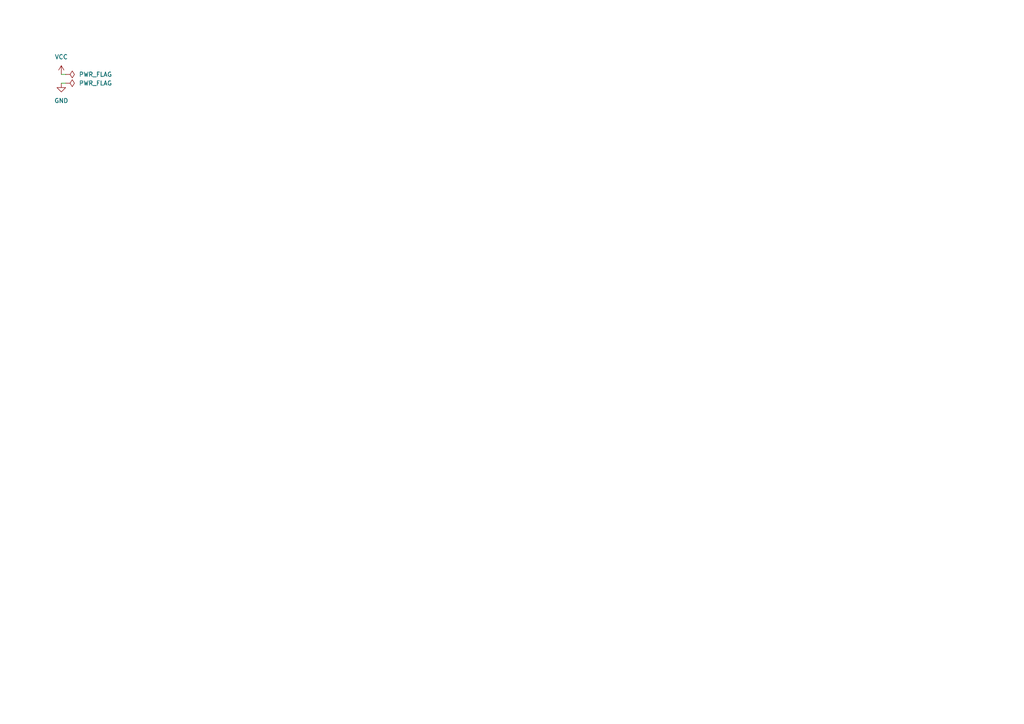
<source format=kicad_sch>
(kicad_sch (version 20211123) (generator eeschema)
  (paper "A4")
  (title_block (title "Project Title") (date "Date") (rev "REV") (comment 2 "<REPO-URL>") (comment 3 "Licensed under CERN-OHL-W v2") (comment 4 "Copyright © 2022 Adrien Kohlbecker"))
  (lib_symbols
    (symbol "power:GND" (power) (pin_names (offset 0))
      (property "Value" "GND" (at 0 -3.81 0))
      (symbol "GND_0_1"
        (polyline (pts (xy 0 0) (xy 0 -1.27) (xy 1.27 -1.27) (xy 0 -2.54) (xy -1.27 -1.27) (xy 0 -1.27)))
      )
      (symbol "GND_1_1"
        (pin power_in line (at 0 0 270) (length 0) hide (name "GND") (number "1"))
      )
    )
    (symbol "power:PWR_FLAG" (power) (pin_numbers hide) (pin_names (offset 0) hide)
      (property "Value" "PWR_FLAG" (at 0 3.81 0))
      (symbol "PWR_FLAG_0_0"
        (pin power_out line (at 0 0 90) (length 0) (name "pwr") (number "1"))
      )
      (symbol "PWR_FLAG_0_1"
        (polyline (pts (xy 0 0) (xy 0 1.27) (xy -1.016 1.905) (xy 0 2.54) (xy 1.016 1.905) (xy 0 1.27)))
      )
    )
    (symbol "power:VCC" (power) (pin_names (offset 0))
      (property "Value" "VCC" (at 0 3.81 0))
      (symbol "VCC_0_1"
        (polyline (pts (xy -0.762 1.27) (xy 0 2.54)))
        (polyline (pts (xy 0 0) (xy 0 2.54)))
        (polyline (pts (xy 0 2.54) (xy 0.762 1.27)))
      )
      (symbol "VCC_1_1"
        (pin power_in line (at 0 0 90) (length 0) hide (name "VCC") (number "1"))
      )
    )
  )
  (wire (pts (xy 17.78 21.59) (xy 19.05 21.59)))
  (wire (pts (xy 17.78 24.13) (xy 19.05 24.13)))
  (symbol (lib_id "power:PWR_FLAG") (at 19.05 24.13 270) (unit 1)
    (property "Reference" "#FLG02" (effects hide))
    (property "Value" "PWR_FLAG" (at 22.86 24.1299 90) (effects (justify left)))
  )
  (symbol (lib_id "power:VCC") (at 17.78 21.59 0) (unit 1)
    (property "Reference" "#PWR0101" (effects hide))
    (property "Value" "VCC" (at 17.78 16.51 0))
  )
  (symbol (lib_id "power:PWR_FLAG") (at 19.05 21.59 270) (unit 1)
    (property "Reference" "#FLG01" (effects hide))
    (property "Value" "PWR_FLAG" (at 22.86 21.5899 90) (effects (justify left)))
  )
  (symbol (lib_id "power:GND") (at 17.78 24.13 0) (unit 1)
    (property "Reference" "#PWR0102" (effects hide))
    (property "Value" "GND" (at 17.78 29.21 0))
  )
)
</source>
